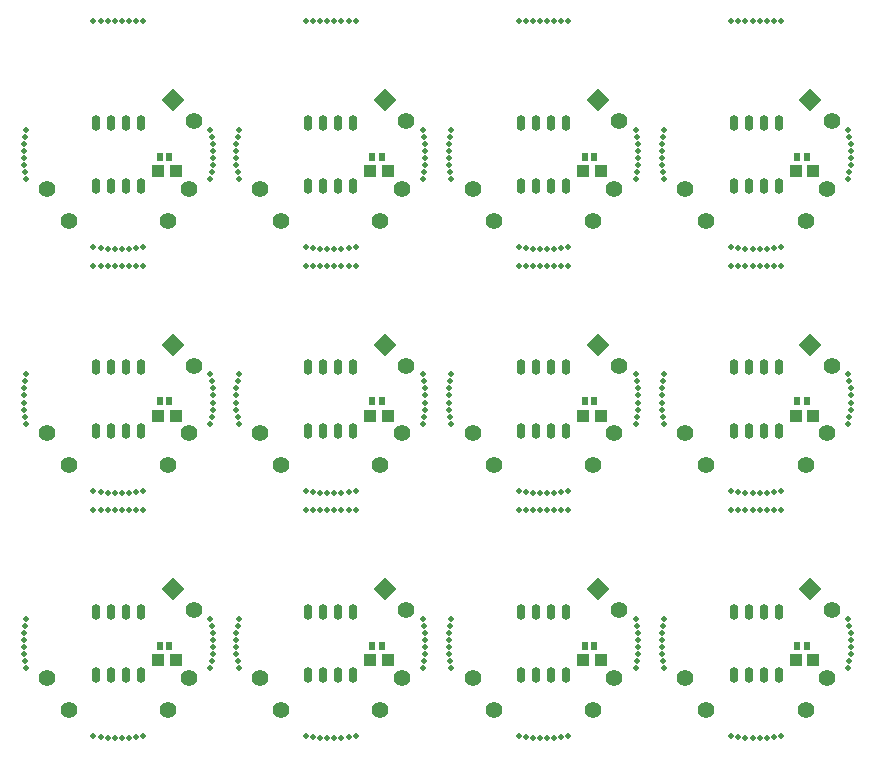
<source format=gbs>
G04*
G04 #@! TF.GenerationSoftware,Altium Limited,Altium Designer,20.1.11 (218)*
G04*
G04 Layer_Color=16711935*
%FSLAX25Y25*%
%MOIN*%
G70*
G04*
G04 #@! TF.SameCoordinates,4A8DF08C-7CCE-415C-BD08-992622932B33*
G04*
G04*
G04 #@! TF.FilePolarity,Negative*
G04*
G01*
G75*
%ADD23C,0.01968*%
%ADD35R,0.02375X0.02769*%
%ADD36R,0.03950X0.03950*%
%ADD43C,0.05524*%
%ADD44P,0.07813X4X270.0*%
%ADD45O,0.02965X0.05328*%
G54D23*
X102756Y-31496D02*
D03*
Y125984D02*
D03*
Y50000D02*
D03*
Y44488D02*
D03*
Y-37008D02*
D03*
Y-112992D02*
D03*
X137008Y73228D02*
D03*
Y89764D02*
D03*
X137795Y80315D02*
D03*
X137008Y8268D02*
D03*
X137795Y1181D02*
D03*
X137402Y-87402D02*
D03*
X112205Y-31102D02*
D03*
X114567Y-30709D02*
D03*
X107480Y-31496D02*
D03*
X105118D02*
D03*
X109843D02*
D03*
X100394Y-31102D02*
D03*
X98032Y-30709D02*
D03*
X74803Y80315D02*
D03*
X75590Y89764D02*
D03*
Y73228D02*
D03*
X74803Y1181D02*
D03*
X75590Y8268D02*
D03*
X75197Y-87402D02*
D03*
X66142Y73228D02*
D03*
Y89764D02*
D03*
X66929Y80315D02*
D03*
X66142Y8268D02*
D03*
X66929Y1181D02*
D03*
X66535Y-87402D02*
D03*
X137402Y87402D02*
D03*
X137795Y85039D02*
D03*
Y82677D02*
D03*
X137402Y75591D02*
D03*
X137795Y77953D02*
D03*
X137402Y5906D02*
D03*
X137795Y3543D02*
D03*
X137402Y-5906D02*
D03*
X137795Y-3543D02*
D03*
Y-1181D02*
D03*
X137008Y-8268D02*
D03*
X137795Y-77953D02*
D03*
X137402Y-75590D02*
D03*
X137008Y-73228D02*
D03*
X137795Y-82677D02*
D03*
Y-80315D02*
D03*
Y-85039D02*
D03*
X137008Y-89764D02*
D03*
X114567Y125984D02*
D03*
X112205D02*
D03*
Y50394D02*
D03*
X114567Y50787D02*
D03*
Y44488D02*
D03*
X112205D02*
D03*
Y-37008D02*
D03*
X114567D02*
D03*
Y-112205D02*
D03*
X112205Y-112598D02*
D03*
X109843Y125984D02*
D03*
X105118D02*
D03*
X107480D02*
D03*
Y50000D02*
D03*
X105118D02*
D03*
X109843D02*
D03*
Y44488D02*
D03*
X105118D02*
D03*
X107480D02*
D03*
Y-37008D02*
D03*
X105118D02*
D03*
X109843D02*
D03*
Y-112992D02*
D03*
X105118D02*
D03*
X107480D02*
D03*
X98032Y125984D02*
D03*
X100394D02*
D03*
Y50394D02*
D03*
X98032Y50787D02*
D03*
Y44488D02*
D03*
X100394D02*
D03*
Y-37008D02*
D03*
X98032D02*
D03*
Y-112205D02*
D03*
X100394Y-112598D02*
D03*
X74803Y82677D02*
D03*
Y85039D02*
D03*
X75197Y87402D02*
D03*
X74803Y77953D02*
D03*
X75197Y75591D02*
D03*
X74803Y3543D02*
D03*
X75197Y5906D02*
D03*
X74803Y-1181D02*
D03*
Y-3543D02*
D03*
X75197Y-5906D02*
D03*
X75590Y-8268D02*
D03*
Y-73228D02*
D03*
X75197Y-75590D02*
D03*
X74803Y-77953D02*
D03*
Y-85039D02*
D03*
Y-80315D02*
D03*
Y-82677D02*
D03*
X75590Y-89764D02*
D03*
X66535Y87402D02*
D03*
X66929Y85039D02*
D03*
Y82677D02*
D03*
X66535Y75591D02*
D03*
X66929Y77953D02*
D03*
X66535Y5906D02*
D03*
X66929Y3543D02*
D03*
X66535Y-5906D02*
D03*
X66929Y-3543D02*
D03*
Y-1181D02*
D03*
X66142Y-8268D02*
D03*
X66929Y-77953D02*
D03*
X66535Y-75590D02*
D03*
X66142Y-73228D02*
D03*
X66929Y-82677D02*
D03*
Y-80315D02*
D03*
Y-85039D02*
D03*
X66142Y-89764D02*
D03*
X-137008D02*
D03*
X-137795Y-85039D02*
D03*
Y-80315D02*
D03*
Y-82677D02*
D03*
X-137008Y-73228D02*
D03*
X-137402Y-75590D02*
D03*
X-137795Y-77953D02*
D03*
X-137008Y-8268D02*
D03*
X-137795Y-1181D02*
D03*
Y-3543D02*
D03*
X-137402Y-5906D02*
D03*
X-137795Y3543D02*
D03*
X-137402Y5906D02*
D03*
X-137795Y77953D02*
D03*
X-137402Y75591D02*
D03*
X-137795Y82677D02*
D03*
Y85039D02*
D03*
X-137402Y87402D02*
D03*
X-114567Y-112205D02*
D03*
Y-37008D02*
D03*
Y44488D02*
D03*
Y50787D02*
D03*
Y125984D02*
D03*
X-109843Y-112992D02*
D03*
X-107480D02*
D03*
X-105118D02*
D03*
X-107480Y-37008D02*
D03*
X-105118D02*
D03*
X-109843D02*
D03*
Y44488D02*
D03*
X-107480D02*
D03*
X-105118D02*
D03*
Y50000D02*
D03*
X-107480D02*
D03*
X-109843D02*
D03*
Y125984D02*
D03*
X-107480D02*
D03*
X-105118D02*
D03*
X-98032Y-112205D02*
D03*
X-100394Y-112598D02*
D03*
X-102756Y-112992D02*
D03*
Y-37008D02*
D03*
X-100394D02*
D03*
X-98032D02*
D03*
Y44488D02*
D03*
X-102756D02*
D03*
X-100394D02*
D03*
X-102756Y50000D02*
D03*
X-100394Y50394D02*
D03*
X-98032Y50787D02*
D03*
Y125984D02*
D03*
X-102756D02*
D03*
X-100394D02*
D03*
X-75590Y-89764D02*
D03*
X-74803Y-82677D02*
D03*
Y-85039D02*
D03*
Y-80315D02*
D03*
X-75197Y-75590D02*
D03*
X-75590Y-73228D02*
D03*
X-74803Y-77953D02*
D03*
X-75590Y-8268D02*
D03*
X-75197Y-5906D02*
D03*
X-74803Y-3543D02*
D03*
Y-1181D02*
D03*
X-75197Y5906D02*
D03*
X-74803Y3543D02*
D03*
X-75197Y75591D02*
D03*
X-74803Y77953D02*
D03*
X-75197Y87402D02*
D03*
X-74803Y85039D02*
D03*
Y82677D02*
D03*
X-66142Y-89764D02*
D03*
X-66929Y-82677D02*
D03*
Y-80315D02*
D03*
Y-85039D02*
D03*
Y-77953D02*
D03*
X-66535Y-75590D02*
D03*
X-66142Y-73228D02*
D03*
Y-8268D02*
D03*
X-66535Y-5906D02*
D03*
X-66929Y-3543D02*
D03*
Y-1181D02*
D03*
X-66535Y5906D02*
D03*
X-66929Y3543D02*
D03*
X-66535Y75591D02*
D03*
X-66929Y77953D02*
D03*
X-66535Y87402D02*
D03*
X-66929Y85039D02*
D03*
Y82677D02*
D03*
X-41339Y-112598D02*
D03*
X-43701Y-112205D02*
D03*
Y-37008D02*
D03*
X-41339D02*
D03*
Y44488D02*
D03*
X-43701D02*
D03*
Y50787D02*
D03*
X-41339Y50394D02*
D03*
Y125984D02*
D03*
X-43701D02*
D03*
X-34252Y-112992D02*
D03*
X-36614D02*
D03*
Y-37008D02*
D03*
X-34252D02*
D03*
Y44488D02*
D03*
X-36614D02*
D03*
Y50000D02*
D03*
X-34252D02*
D03*
Y125984D02*
D03*
X-36614D02*
D03*
X-29528Y-112598D02*
D03*
X-27165Y-112205D02*
D03*
Y-37008D02*
D03*
X-29528D02*
D03*
Y44488D02*
D03*
X-27165D02*
D03*
Y50787D02*
D03*
X-29528Y50394D02*
D03*
Y125984D02*
D03*
X-27165D02*
D03*
X-4724Y-89764D02*
D03*
X-3937Y-85039D02*
D03*
Y-80315D02*
D03*
Y-82677D02*
D03*
X-4724Y-73228D02*
D03*
X-4331Y-75590D02*
D03*
X-3937Y-77953D02*
D03*
X-4724Y-8268D02*
D03*
X-3937Y-1181D02*
D03*
Y-3543D02*
D03*
X-4331Y-5906D02*
D03*
X-3937Y3543D02*
D03*
X-4331Y5906D02*
D03*
X-3937Y77953D02*
D03*
X-4331Y75591D02*
D03*
X-3937Y82677D02*
D03*
Y85039D02*
D03*
X-4331Y87402D02*
D03*
X4724Y-89764D02*
D03*
X3937Y-82677D02*
D03*
Y-80315D02*
D03*
Y-85039D02*
D03*
Y-77953D02*
D03*
X4331Y-75590D02*
D03*
X4724Y-73228D02*
D03*
Y-8268D02*
D03*
X4331Y-5906D02*
D03*
X3937Y-3543D02*
D03*
Y-1181D02*
D03*
X4331Y5906D02*
D03*
X3937Y3543D02*
D03*
X4331Y75591D02*
D03*
X3937Y77953D02*
D03*
X4331Y87402D02*
D03*
X3937Y85039D02*
D03*
Y82677D02*
D03*
X29528Y-112598D02*
D03*
X27165Y-112205D02*
D03*
Y-37008D02*
D03*
X29528D02*
D03*
Y44488D02*
D03*
X27165D02*
D03*
Y50787D02*
D03*
X29528Y50394D02*
D03*
Y125984D02*
D03*
X27165D02*
D03*
X36614Y-112992D02*
D03*
X34252D02*
D03*
X38976D02*
D03*
Y-37008D02*
D03*
X34252D02*
D03*
X36614D02*
D03*
Y44488D02*
D03*
X34252D02*
D03*
X38976D02*
D03*
Y50000D02*
D03*
X34252D02*
D03*
X36614D02*
D03*
Y125984D02*
D03*
X34252D02*
D03*
X38976D02*
D03*
X41339Y-112598D02*
D03*
X43701Y-112205D02*
D03*
Y-37008D02*
D03*
X41339D02*
D03*
Y44488D02*
D03*
X43701D02*
D03*
Y50787D02*
D03*
X41339Y50394D02*
D03*
Y125984D02*
D03*
X43701D02*
D03*
X66142Y-89764D02*
D03*
X66929Y-85039D02*
D03*
Y-80315D02*
D03*
Y-82677D02*
D03*
X66142Y-73228D02*
D03*
X66535Y-75590D02*
D03*
X66929Y-77953D02*
D03*
X66142Y-8268D02*
D03*
X66929Y-1181D02*
D03*
Y-3543D02*
D03*
X66535Y-5906D02*
D03*
X66929Y3543D02*
D03*
X66535Y5906D02*
D03*
X66929Y77953D02*
D03*
X66535Y75591D02*
D03*
X66929Y82677D02*
D03*
Y85039D02*
D03*
X66535Y87402D02*
D03*
X-137402Y-87402D02*
D03*
X-137795Y1181D02*
D03*
X-137008Y8268D02*
D03*
X-137795Y80315D02*
D03*
X-137008Y89764D02*
D03*
Y73228D02*
D03*
X-114567Y-30709D02*
D03*
X-105118Y-31496D02*
D03*
X-107480D02*
D03*
X-109843D02*
D03*
X-102756D02*
D03*
X-100394Y-31102D02*
D03*
X-98032Y-30709D02*
D03*
X-75197Y-87402D02*
D03*
X-75590Y8268D02*
D03*
X-74803Y1181D02*
D03*
X-75590Y73228D02*
D03*
Y89764D02*
D03*
X-74803Y80315D02*
D03*
X-66535Y-87402D02*
D03*
X-66142Y8268D02*
D03*
X-66929Y1181D02*
D03*
X-66142Y73228D02*
D03*
Y89764D02*
D03*
X-66929Y80315D02*
D03*
X-43701Y-30709D02*
D03*
X-41339Y-31102D02*
D03*
X-36614Y-31496D02*
D03*
X-34252D02*
D03*
X-27165Y-30709D02*
D03*
X-29528Y-31102D02*
D03*
X-4331Y-87402D02*
D03*
X-3937Y1181D02*
D03*
X-4724Y8268D02*
D03*
X-3937Y80315D02*
D03*
X-4724Y89764D02*
D03*
Y73228D02*
D03*
X4331Y-87402D02*
D03*
X4724Y8268D02*
D03*
X3937Y1181D02*
D03*
X4724Y73228D02*
D03*
Y89764D02*
D03*
X3937Y80315D02*
D03*
X27165Y-30709D02*
D03*
X29528Y-31102D02*
D03*
X38976Y-31496D02*
D03*
X34252D02*
D03*
X36614D02*
D03*
X43701Y-30709D02*
D03*
X41339Y-31102D02*
D03*
X66535Y-87402D02*
D03*
X66929Y1181D02*
D03*
X66142Y8268D02*
D03*
X66929Y80315D02*
D03*
X66142Y89764D02*
D03*
Y73228D02*
D03*
X-112205Y-112598D02*
D03*
Y-37008D02*
D03*
Y44488D02*
D03*
Y50394D02*
D03*
Y125984D02*
D03*
X-31890Y-112992D02*
D03*
X-38976D02*
D03*
Y-37008D02*
D03*
X-31890D02*
D03*
Y44488D02*
D03*
X-38976D02*
D03*
Y50000D02*
D03*
X-31890D02*
D03*
Y125984D02*
D03*
X-38976D02*
D03*
X31890Y-112992D02*
D03*
Y-37008D02*
D03*
Y44488D02*
D03*
Y50000D02*
D03*
Y125984D02*
D03*
X-112205Y-31102D02*
D03*
X-38976Y-31496D02*
D03*
X-31890D02*
D03*
X31890D02*
D03*
G54D35*
X120079Y-82284D02*
D03*
X123228D02*
D03*
X120079Y80709D02*
D03*
X123228D02*
D03*
X120079Y-787D02*
D03*
X123228D02*
D03*
X-21654D02*
D03*
X-18504D02*
D03*
X-21654Y80709D02*
D03*
X-18504D02*
D03*
X-21654Y-82284D02*
D03*
X-18504D02*
D03*
X-92520Y-787D02*
D03*
X-89370D02*
D03*
X49213D02*
D03*
X52362D02*
D03*
X-92520Y80709D02*
D03*
X-89370D02*
D03*
X49213D02*
D03*
X52362D02*
D03*
X-92520Y-82284D02*
D03*
X-89370D02*
D03*
X49213D02*
D03*
X52362D02*
D03*
G54D36*
X125394Y-87008D02*
D03*
X119488D02*
D03*
X125394Y75984D02*
D03*
X119488D02*
D03*
X125394Y-5512D02*
D03*
X119488D02*
D03*
X-16339D02*
D03*
X-22244D02*
D03*
X-16339Y75984D02*
D03*
X-22244D02*
D03*
X-16339Y-87008D02*
D03*
X-22244D02*
D03*
X-87205Y-5512D02*
D03*
X-93110D02*
D03*
X54527D02*
D03*
X48622D02*
D03*
X-87205Y75984D02*
D03*
X-93110D02*
D03*
X54527D02*
D03*
X48622D02*
D03*
X-87205Y-87008D02*
D03*
X-93110D02*
D03*
X54527D02*
D03*
X48622D02*
D03*
G54D43*
X129921Y-92913D02*
D03*
X122835Y-103543D02*
D03*
X82677Y-92913D02*
D03*
X89764Y-103543D02*
D03*
X131488Y-70465D02*
D03*
X129921Y70079D02*
D03*
X122835Y59449D02*
D03*
X82677Y70079D02*
D03*
X89764Y59449D02*
D03*
X131488Y92528D02*
D03*
X129921Y-11417D02*
D03*
X122835Y-22047D02*
D03*
X82677Y-11417D02*
D03*
X89764Y-22047D02*
D03*
X131488Y11031D02*
D03*
X-11811Y-11417D02*
D03*
X-18898Y-22047D02*
D03*
X-59055Y-11417D02*
D03*
X-51968Y-22047D02*
D03*
X-10244Y11031D02*
D03*
X-11811Y70079D02*
D03*
X-18898Y59449D02*
D03*
X-59055Y70079D02*
D03*
X-51968Y59449D02*
D03*
X-10244Y92528D02*
D03*
X-11811Y-92913D02*
D03*
X-18898Y-103543D02*
D03*
X-59055Y-92913D02*
D03*
X-51968Y-103543D02*
D03*
X-10244Y-70465D02*
D03*
X-82677Y-11417D02*
D03*
X-89764Y-22047D02*
D03*
X-129921Y-11417D02*
D03*
X-122835Y-22047D02*
D03*
X-81110Y11031D02*
D03*
X59055Y-11417D02*
D03*
X51968Y-22047D02*
D03*
X11811Y-11417D02*
D03*
X18898Y-22047D02*
D03*
X60622Y11031D02*
D03*
X-82677Y70079D02*
D03*
X-89764Y59449D02*
D03*
X-129921Y70079D02*
D03*
X-122835Y59449D02*
D03*
X-81110Y92528D02*
D03*
X59055Y70079D02*
D03*
X51968Y59449D02*
D03*
X11811Y70079D02*
D03*
X18898Y59449D02*
D03*
X60622Y92528D02*
D03*
X-82677Y-92913D02*
D03*
X-89764Y-103543D02*
D03*
X-129921Y-92913D02*
D03*
X-122835Y-103543D02*
D03*
X-81110Y-70465D02*
D03*
X59055Y-92913D02*
D03*
X51968Y-103543D02*
D03*
X11811Y-92913D02*
D03*
X18898Y-103543D02*
D03*
X60622Y-70465D02*
D03*
G54D44*
X124417Y-63394D02*
D03*
Y99598D02*
D03*
Y18102D02*
D03*
X-17315D02*
D03*
Y99598D02*
D03*
Y-63394D02*
D03*
X-88181Y18102D02*
D03*
X53551D02*
D03*
X-88181Y99598D02*
D03*
X53551D02*
D03*
X-88181Y-63394D02*
D03*
X53551D02*
D03*
G54D45*
X113799Y-92027D02*
D03*
X108799D02*
D03*
X103799D02*
D03*
X98799D02*
D03*
X113799Y-70965D02*
D03*
X108799D02*
D03*
X103799D02*
D03*
X98799D02*
D03*
X113799Y70965D02*
D03*
X108799D02*
D03*
X103799D02*
D03*
X98799D02*
D03*
X113799Y92028D02*
D03*
X108799D02*
D03*
X103799D02*
D03*
X98799D02*
D03*
X113799Y-10531D02*
D03*
X108799D02*
D03*
X103799D02*
D03*
X98799D02*
D03*
X113799Y10531D02*
D03*
X108799D02*
D03*
X103799D02*
D03*
X98799D02*
D03*
X-27933Y-10531D02*
D03*
X-32933D02*
D03*
X-37933D02*
D03*
X-42933D02*
D03*
X-27933Y10531D02*
D03*
X-32933D02*
D03*
X-37933D02*
D03*
X-42933D02*
D03*
X-27933Y70965D02*
D03*
X-32933D02*
D03*
X-37933D02*
D03*
X-42933D02*
D03*
X-27933Y92028D02*
D03*
X-32933D02*
D03*
X-37933D02*
D03*
X-42933D02*
D03*
X-27933Y-92027D02*
D03*
X-32933D02*
D03*
X-37933D02*
D03*
X-42933D02*
D03*
X-27933Y-70965D02*
D03*
X-32933D02*
D03*
X-37933D02*
D03*
X-42933D02*
D03*
X-98799Y-10531D02*
D03*
X-103799D02*
D03*
X-108799D02*
D03*
X-113799D02*
D03*
X-98799Y10531D02*
D03*
X-103799D02*
D03*
X-108799D02*
D03*
X-113799D02*
D03*
X42933Y-10531D02*
D03*
X37933D02*
D03*
X32933D02*
D03*
X27933D02*
D03*
X42933Y10531D02*
D03*
X37933D02*
D03*
X32933D02*
D03*
X27933D02*
D03*
X-98799Y70965D02*
D03*
X-103799D02*
D03*
X-108799D02*
D03*
X-113799D02*
D03*
X-98799Y92028D02*
D03*
X-103799D02*
D03*
X-108799D02*
D03*
X-113799D02*
D03*
X42933Y70965D02*
D03*
X37933D02*
D03*
X32933D02*
D03*
X27933D02*
D03*
X42933Y92028D02*
D03*
X37933D02*
D03*
X32933D02*
D03*
X27933D02*
D03*
X-98799Y-92027D02*
D03*
X-103799D02*
D03*
X-108799D02*
D03*
X-113799D02*
D03*
X-98799Y-70965D02*
D03*
X-103799D02*
D03*
X-108799D02*
D03*
X-113799D02*
D03*
X42933Y-92027D02*
D03*
X37933D02*
D03*
X32933D02*
D03*
X27933D02*
D03*
X42933Y-70965D02*
D03*
X37933D02*
D03*
X32933D02*
D03*
X27933D02*
D03*
M02*

</source>
